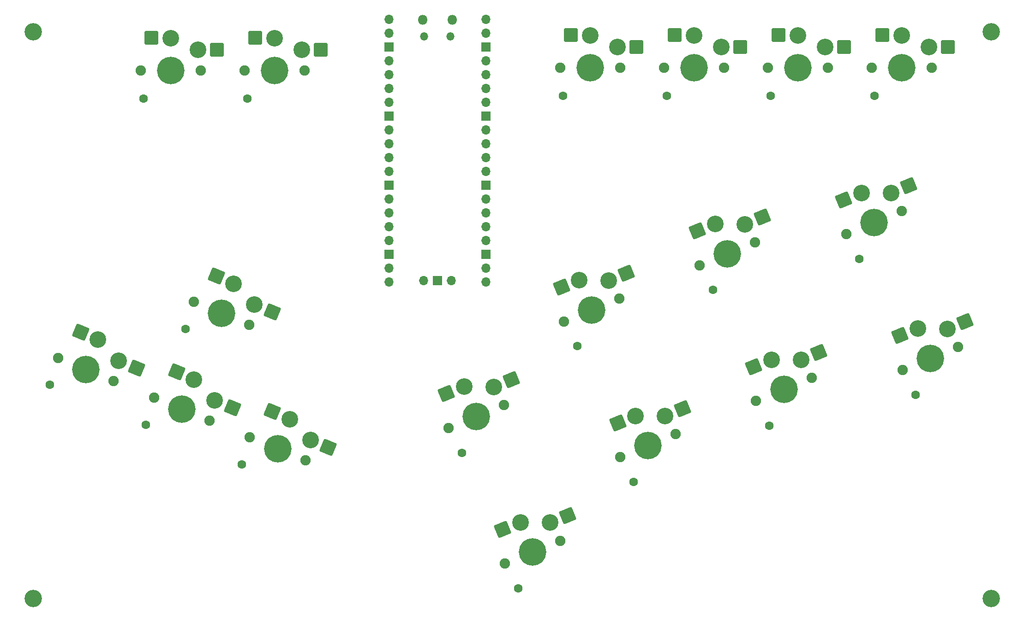
<source format=gbr>
%TF.GenerationSoftware,KiCad,Pcbnew,7.0.5*%
%TF.CreationDate,2023-08-11T22:31:08-05:00*%
%TF.ProjectId,ArkeyV2,41726b65-7956-4322-9e6b-696361645f70,rev?*%
%TF.SameCoordinates,Original*%
%TF.FileFunction,Soldermask,Bot*%
%TF.FilePolarity,Negative*%
%FSLAX46Y46*%
G04 Gerber Fmt 4.6, Leading zero omitted, Abs format (unit mm)*
G04 Created by KiCad (PCBNEW 7.0.5) date 2023-08-11 22:31:08*
%MOMM*%
%LPD*%
G01*
G04 APERTURE LIST*
G04 Aperture macros list*
%AMRoundRect*
0 Rectangle with rounded corners*
0 $1 Rounding radius*
0 $2 $3 $4 $5 $6 $7 $8 $9 X,Y pos of 4 corners*
0 Add a 4 corners polygon primitive as box body*
4,1,4,$2,$3,$4,$5,$6,$7,$8,$9,$2,$3,0*
0 Add four circle primitives for the rounded corners*
1,1,$1+$1,$2,$3*
1,1,$1+$1,$4,$5*
1,1,$1+$1,$6,$7*
1,1,$1+$1,$8,$9*
0 Add four rect primitives between the rounded corners*
20,1,$1+$1,$2,$3,$4,$5,0*
20,1,$1+$1,$4,$5,$6,$7,0*
20,1,$1+$1,$6,$7,$8,$9,0*
20,1,$1+$1,$8,$9,$2,$3,0*%
G04 Aperture macros list end*
%ADD10C,1.900000*%
%ADD11C,1.600000*%
%ADD12C,3.050000*%
%ADD13C,5.050000*%
%ADD14RoundRect,0.250000X-0.564293X-1.316130X1.329660X-0.531629X0.564293X1.316130X-1.329660X0.531629X0*%
%ADD15RoundRect,0.250000X-1.025000X-1.000000X1.025000X-1.000000X1.025000X1.000000X-1.025000X1.000000X0*%
%ADD16RoundRect,0.250000X-1.329660X-0.531629X0.564293X-1.316130X1.329660X0.531629X-0.564293X1.316130X0*%
%ADD17C,3.200000*%
%ADD18O,1.800000X1.800000*%
%ADD19O,1.500000X1.500000*%
%ADD20O,1.700000X1.700000*%
%ADD21R,1.700000X1.700000*%
G04 APERTURE END LIST*
D10*
%TO.C,GP14*%
X155168501Y-128218274D03*
D11*
X157601260Y-132784912D03*
D12*
X157992006Y-120662626D03*
D13*
X160249838Y-126113515D03*
D12*
X163415039Y-120689356D03*
D10*
X165331175Y-124008756D03*
D14*
X154720159Y-121909630D03*
X166648617Y-119349964D03*
%TD*%
D10*
%TO.C,GP1*%
X107364000Y-37592000D03*
D11*
X107864000Y-42742000D03*
D12*
X112864000Y-31692000D03*
D13*
X112864000Y-37592000D03*
D12*
X117864000Y-33792000D03*
D10*
X118364000Y-37592000D03*
D15*
X109364000Y-31592000D03*
X121364000Y-33792000D03*
%TD*%
D16*
%TO.C,GP13*%
X122739622Y-106855332D03*
X112494971Y-100230596D03*
D10*
X118513786Y-109218024D03*
D12*
X119506044Y-105515940D03*
D13*
X113432449Y-107113265D03*
D12*
X115690281Y-101662376D03*
D11*
X106842232Y-109957827D03*
D10*
X108351112Y-105008506D03*
%TD*%
%TO.C,GP15*%
X144836049Y-103273526D03*
D11*
X147268808Y-107840164D03*
D12*
X147659554Y-95717878D03*
D13*
X149917386Y-101168767D03*
D12*
X153082587Y-95744608D03*
D10*
X154998723Y-99064008D03*
D14*
X144387707Y-96964882D03*
X156316165Y-94405216D03*
%TD*%
D10*
%TO.C,GP18*%
X201231162Y-98314573D03*
D11*
X203663921Y-102881211D03*
D12*
X204054667Y-90758925D03*
D13*
X206312499Y-96209814D03*
D12*
X209477700Y-90785655D03*
D10*
X211393836Y-94105055D03*
D14*
X200782820Y-92005929D03*
X212711278Y-89446263D03*
%TD*%
D10*
%TO.C,GP28*%
X165276000Y-37084000D03*
D11*
X165776000Y-42234000D03*
D12*
X170776000Y-31184000D03*
D13*
X170776000Y-37084000D03*
D12*
X175776000Y-33284000D03*
D10*
X176276000Y-37084000D03*
D15*
X167276000Y-31084000D03*
X179276000Y-33284000D03*
%TD*%
D10*
%TO.C,GP22*%
X222426000Y-37084000D03*
D11*
X222926000Y-42234000D03*
D12*
X227926000Y-31184000D03*
D13*
X227926000Y-37084000D03*
D12*
X232926000Y-33284000D03*
D10*
X233426000Y-37084000D03*
D15*
X224426000Y-31084000D03*
X236426000Y-33284000D03*
%TD*%
D17*
%TO.C,REF\u002A\u002A*%
X68580000Y-134620000D03*
%TD*%
D10*
%TO.C,GP17*%
X165953962Y-83702278D03*
D11*
X168386721Y-88268916D03*
D12*
X168777467Y-76146630D03*
D13*
X171035299Y-81597519D03*
D12*
X174200500Y-76173360D03*
D10*
X176116636Y-79492760D03*
D14*
X165505620Y-77393634D03*
X177434078Y-74833968D03*
%TD*%
D17*
%TO.C,REF\u002A\u002A*%
X244348000Y-30480000D03*
%TD*%
%TO.C,REF\u002A\u002A*%
X244348000Y-134620000D03*
%TD*%
D16*
%TO.C,GP12*%
X105139717Y-99565212D03*
X94895066Y-92940476D03*
D10*
X100913881Y-101927904D03*
D12*
X101906139Y-98225820D03*
D13*
X95832544Y-99823145D03*
D12*
X98090376Y-94372256D03*
D11*
X89242327Y-102667707D03*
D10*
X90751207Y-97718386D03*
%TD*%
%TO.C,GP27*%
X184326000Y-37084000D03*
D11*
X184826000Y-42234000D03*
D12*
X189826000Y-31184000D03*
D13*
X189826000Y-37084000D03*
D12*
X194826000Y-33284000D03*
D10*
X195326000Y-37084000D03*
D15*
X186326000Y-31084000D03*
X198326000Y-33284000D03*
%TD*%
D10*
%TO.C,GP21*%
X228089326Y-92601518D03*
D11*
X230522085Y-97168156D03*
D12*
X230912831Y-85045870D03*
D13*
X233170663Y-90496759D03*
D12*
X236335864Y-85072600D03*
D10*
X238252000Y-88392000D03*
D14*
X227640984Y-86292874D03*
X239569442Y-83733208D03*
%TD*%
D10*
%TO.C,GP10*%
X73151302Y-90428267D03*
D11*
X71642422Y-95377588D03*
D12*
X80490471Y-87082137D03*
D13*
X78232639Y-92533026D03*
D12*
X84306234Y-90935701D03*
D10*
X83313976Y-94637785D03*
D16*
X77295161Y-85650357D03*
X87539812Y-92275093D03*
%TD*%
D10*
%TO.C,GP26*%
X203376000Y-37084000D03*
D11*
X203876000Y-42234000D03*
D12*
X208876000Y-31184000D03*
D13*
X208876000Y-37084000D03*
D12*
X213876000Y-33284000D03*
D10*
X214376000Y-37084000D03*
D15*
X205376000Y-31084000D03*
X217376000Y-33284000D03*
%TD*%
D16*
%TO.C,GP11*%
X112429836Y-81965308D03*
X102185185Y-75340572D03*
D10*
X108204000Y-84328000D03*
D12*
X109196258Y-80625916D03*
D13*
X103122663Y-82223241D03*
D12*
X105380495Y-76772352D03*
D11*
X96532446Y-85067803D03*
D10*
X98041326Y-80118482D03*
%TD*%
D17*
%TO.C,REF\u002A\u002A*%
X68580000Y-30480000D03*
%TD*%
D10*
%TO.C,GP16*%
X176286414Y-108647026D03*
D11*
X178719173Y-113213664D03*
D12*
X179109919Y-101091378D03*
D13*
X181367751Y-106542267D03*
D12*
X184532952Y-101118108D03*
D10*
X186449088Y-104437508D03*
D14*
X175838072Y-102338382D03*
X187766530Y-99778716D03*
%TD*%
D18*
%TO.C,REF\u002A\u002A*%
X140023000Y-28324000D03*
D19*
X140323000Y-31354000D03*
X145173000Y-31354000D03*
D18*
X145473000Y-28324000D03*
D20*
X133858000Y-28194000D03*
X133858000Y-30734000D03*
D21*
X133858000Y-33274000D03*
D20*
X133858000Y-35814000D03*
X133858000Y-38354000D03*
X133858000Y-40894000D03*
X133858000Y-43434000D03*
D21*
X133858000Y-45974000D03*
D20*
X133858000Y-48514000D03*
X133858000Y-51054000D03*
X133858000Y-53594000D03*
X133858000Y-56134000D03*
D21*
X133858000Y-58674000D03*
D20*
X133858000Y-61214000D03*
X133858000Y-63754000D03*
X133858000Y-66294000D03*
X133858000Y-68834000D03*
D21*
X133858000Y-71374000D03*
D20*
X133858000Y-73914000D03*
X133858000Y-76454000D03*
X151638000Y-76454000D03*
X151638000Y-73914000D03*
D21*
X151638000Y-71374000D03*
D20*
X151638000Y-68834000D03*
X151638000Y-66294000D03*
X151638000Y-63754000D03*
X151638000Y-61214000D03*
D21*
X151638000Y-58674000D03*
D20*
X151638000Y-56134000D03*
X151638000Y-53594000D03*
X151638000Y-51054000D03*
X151638000Y-48514000D03*
D21*
X151638000Y-45974000D03*
D20*
X151638000Y-43434000D03*
X151638000Y-40894000D03*
X151638000Y-38354000D03*
X151638000Y-35814000D03*
D21*
X151638000Y-33274000D03*
D20*
X151638000Y-30734000D03*
X151638000Y-28194000D03*
X140208000Y-76224000D03*
D21*
X142748000Y-76224000D03*
D20*
X145288000Y-76224000D03*
%TD*%
D10*
%TO.C,GP0*%
X88314000Y-37592000D03*
D11*
X88814000Y-42742000D03*
D12*
X93814000Y-31692000D03*
D13*
X93814000Y-37592000D03*
D12*
X98814000Y-33792000D03*
D10*
X99314000Y-37592000D03*
D15*
X90314000Y-31592000D03*
X102314000Y-33792000D03*
%TD*%
D10*
%TO.C,GP20*%
X217756873Y-67656770D03*
D11*
X220189632Y-72223408D03*
D12*
X220580378Y-60101122D03*
D13*
X222838210Y-65552011D03*
D12*
X226003411Y-60127852D03*
D10*
X227919547Y-63447252D03*
D14*
X217308531Y-61348126D03*
X229236989Y-58788460D03*
%TD*%
D10*
%TO.C,GP19*%
X190898709Y-73369825D03*
D11*
X193331468Y-77936463D03*
D12*
X193722214Y-65814177D03*
D13*
X195980046Y-71265066D03*
D12*
X199145247Y-65840907D03*
D10*
X201061383Y-69160307D03*
D14*
X190450367Y-67061181D03*
X202378825Y-64501515D03*
%TD*%
M02*

</source>
